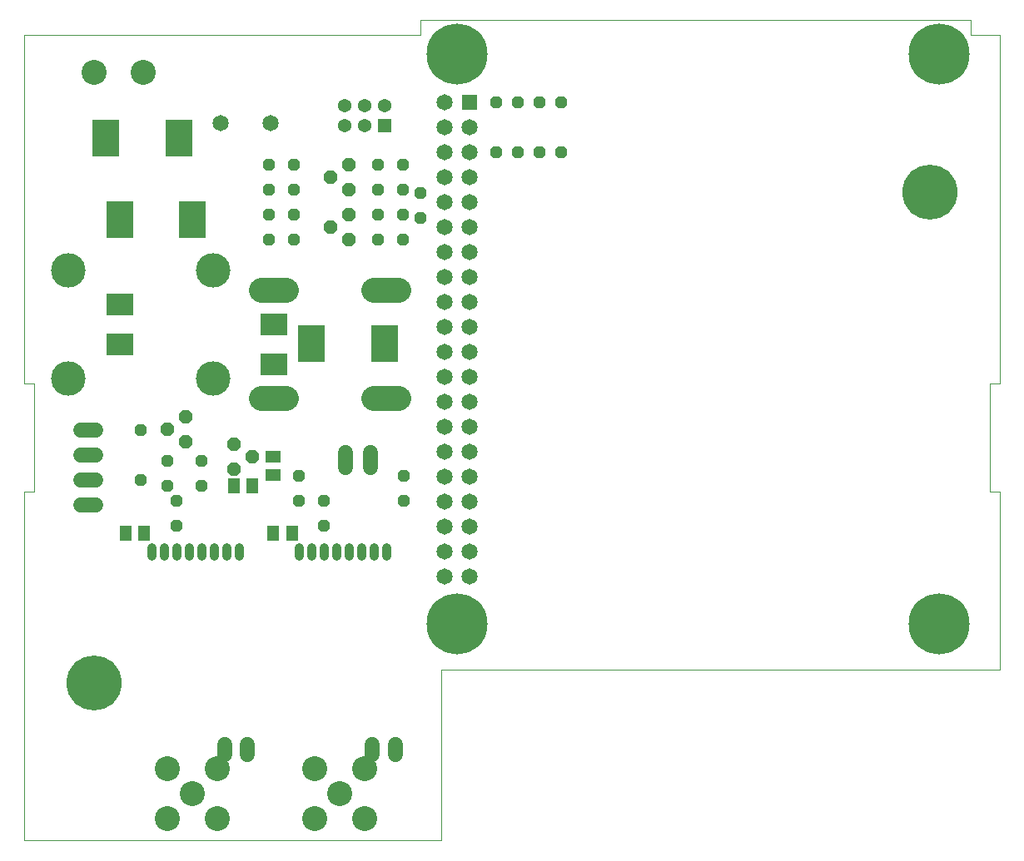
<source format=gbs>
G04 EAGLE Gerber RS-274X export*
G75*
%MOMM*%
%FSLAX34Y34*%
%LPD*%
%INStop Mask Bottom*%
%IPPOS*%
%AMOC8*
5,1,8,0,0,1.08239X$1,22.5*%
G01*
%ADD10C,0.000000*%
%ADD11C,2.500000*%
%ADD12C,5.600000*%
%ADD13C,2.540000*%
%ADD14C,6.200000*%
%ADD15C,1.950000*%
%ADD16R,2.800000X3.800000*%
%ADD17R,2.794000X2.286000*%
%ADD18C,2.500000*%
%ADD19C,1.650000*%
%ADD20C,3.500000*%
%ADD21R,1.371600X1.371600*%
%ADD22C,1.371600*%
%ADD23C,2.700000*%
%ADD24R,1.650000X1.650000*%
%ADD25C,0.914400*%
%ADD26C,1.498600*%
%ADD27P,1.461226X8X292.500000*%
%ADD28R,1.500000X1.300000*%
%ADD29R,1.300000X1.500000*%
%ADD30P,1.319650X8X112.500000*%
%ADD31P,1.319650X8X292.500000*%
%ADD32C,1.500000*%
%ADD33P,1.319650X8X22.500000*%
%ADD34P,1.461226X8X112.500000*%


D10*
X0Y0D02*
X424000Y0D01*
X424000Y173500D01*
X992000Y173500D01*
X992000Y355000D01*
X982000Y355000D01*
X982000Y465000D01*
X992000Y465000D01*
X992000Y820000D01*
X962000Y820000D01*
X962000Y835000D01*
X403000Y835000D01*
X403000Y820000D01*
X0Y820000D01*
X0Y465000D01*
X10000Y465000D01*
X10000Y355000D01*
X0Y355000D01*
X0Y0D01*
X58500Y160000D02*
X58504Y160307D01*
X58515Y160613D01*
X58534Y160920D01*
X58560Y161225D01*
X58594Y161530D01*
X58635Y161834D01*
X58684Y162137D01*
X58740Y162439D01*
X58804Y162739D01*
X58875Y163037D01*
X58953Y163334D01*
X59038Y163629D01*
X59131Y163921D01*
X59231Y164211D01*
X59338Y164499D01*
X59452Y164784D01*
X59572Y165066D01*
X59700Y165344D01*
X59835Y165620D01*
X59976Y165892D01*
X60124Y166161D01*
X60278Y166426D01*
X60439Y166687D01*
X60607Y166945D01*
X60780Y167198D01*
X60960Y167446D01*
X61146Y167690D01*
X61337Y167930D01*
X61535Y168165D01*
X61738Y168394D01*
X61947Y168619D01*
X62161Y168839D01*
X62381Y169053D01*
X62606Y169262D01*
X62835Y169465D01*
X63070Y169663D01*
X63310Y169854D01*
X63554Y170040D01*
X63802Y170220D01*
X64055Y170393D01*
X64313Y170561D01*
X64574Y170722D01*
X64839Y170876D01*
X65108Y171024D01*
X65380Y171165D01*
X65656Y171300D01*
X65934Y171428D01*
X66216Y171548D01*
X66501Y171662D01*
X66789Y171769D01*
X67079Y171869D01*
X67371Y171962D01*
X67666Y172047D01*
X67963Y172125D01*
X68261Y172196D01*
X68561Y172260D01*
X68863Y172316D01*
X69166Y172365D01*
X69470Y172406D01*
X69775Y172440D01*
X70080Y172466D01*
X70387Y172485D01*
X70693Y172496D01*
X71000Y172500D01*
X71307Y172496D01*
X71613Y172485D01*
X71920Y172466D01*
X72225Y172440D01*
X72530Y172406D01*
X72834Y172365D01*
X73137Y172316D01*
X73439Y172260D01*
X73739Y172196D01*
X74037Y172125D01*
X74334Y172047D01*
X74629Y171962D01*
X74921Y171869D01*
X75211Y171769D01*
X75499Y171662D01*
X75784Y171548D01*
X76066Y171428D01*
X76344Y171300D01*
X76620Y171165D01*
X76892Y171024D01*
X77161Y170876D01*
X77426Y170722D01*
X77687Y170561D01*
X77945Y170393D01*
X78198Y170220D01*
X78446Y170040D01*
X78690Y169854D01*
X78930Y169663D01*
X79165Y169465D01*
X79394Y169262D01*
X79619Y169053D01*
X79839Y168839D01*
X80053Y168619D01*
X80262Y168394D01*
X80465Y168165D01*
X80663Y167930D01*
X80854Y167690D01*
X81040Y167446D01*
X81220Y167198D01*
X81393Y166945D01*
X81561Y166687D01*
X81722Y166426D01*
X81876Y166161D01*
X82024Y165892D01*
X82165Y165620D01*
X82300Y165344D01*
X82428Y165066D01*
X82548Y164784D01*
X82662Y164499D01*
X82769Y164211D01*
X82869Y163921D01*
X82962Y163629D01*
X83047Y163334D01*
X83125Y163037D01*
X83196Y162739D01*
X83260Y162439D01*
X83316Y162137D01*
X83365Y161834D01*
X83406Y161530D01*
X83440Y161225D01*
X83466Y160920D01*
X83485Y160613D01*
X83496Y160307D01*
X83500Y160000D01*
X83496Y159693D01*
X83485Y159387D01*
X83466Y159080D01*
X83440Y158775D01*
X83406Y158470D01*
X83365Y158166D01*
X83316Y157863D01*
X83260Y157561D01*
X83196Y157261D01*
X83125Y156963D01*
X83047Y156666D01*
X82962Y156371D01*
X82869Y156079D01*
X82769Y155789D01*
X82662Y155501D01*
X82548Y155216D01*
X82428Y154934D01*
X82300Y154656D01*
X82165Y154380D01*
X82024Y154108D01*
X81876Y153839D01*
X81722Y153574D01*
X81561Y153313D01*
X81393Y153055D01*
X81220Y152802D01*
X81040Y152554D01*
X80854Y152310D01*
X80663Y152070D01*
X80465Y151835D01*
X80262Y151606D01*
X80053Y151381D01*
X79839Y151161D01*
X79619Y150947D01*
X79394Y150738D01*
X79165Y150535D01*
X78930Y150337D01*
X78690Y150146D01*
X78446Y149960D01*
X78198Y149780D01*
X77945Y149607D01*
X77687Y149439D01*
X77426Y149278D01*
X77161Y149124D01*
X76892Y148976D01*
X76620Y148835D01*
X76344Y148700D01*
X76066Y148572D01*
X75784Y148452D01*
X75499Y148338D01*
X75211Y148231D01*
X74921Y148131D01*
X74629Y148038D01*
X74334Y147953D01*
X74037Y147875D01*
X73739Y147804D01*
X73439Y147740D01*
X73137Y147684D01*
X72834Y147635D01*
X72530Y147594D01*
X72225Y147560D01*
X71920Y147534D01*
X71613Y147515D01*
X71307Y147504D01*
X71000Y147500D01*
X70693Y147504D01*
X70387Y147515D01*
X70080Y147534D01*
X69775Y147560D01*
X69470Y147594D01*
X69166Y147635D01*
X68863Y147684D01*
X68561Y147740D01*
X68261Y147804D01*
X67963Y147875D01*
X67666Y147953D01*
X67371Y148038D01*
X67079Y148131D01*
X66789Y148231D01*
X66501Y148338D01*
X66216Y148452D01*
X65934Y148572D01*
X65656Y148700D01*
X65380Y148835D01*
X65108Y148976D01*
X64839Y149124D01*
X64574Y149278D01*
X64313Y149439D01*
X64055Y149607D01*
X63802Y149780D01*
X63554Y149960D01*
X63310Y150146D01*
X63070Y150337D01*
X62835Y150535D01*
X62606Y150738D01*
X62381Y150947D01*
X62161Y151161D01*
X61947Y151381D01*
X61738Y151606D01*
X61535Y151835D01*
X61337Y152070D01*
X61146Y152310D01*
X60960Y152554D01*
X60780Y152802D01*
X60607Y153055D01*
X60439Y153313D01*
X60278Y153574D01*
X60124Y153839D01*
X59976Y154108D01*
X59835Y154380D01*
X59700Y154656D01*
X59572Y154934D01*
X59452Y155216D01*
X59338Y155501D01*
X59231Y155789D01*
X59131Y156079D01*
X59038Y156371D01*
X58953Y156666D01*
X58875Y156963D01*
X58804Y157261D01*
X58740Y157561D01*
X58684Y157863D01*
X58635Y158166D01*
X58594Y158470D01*
X58560Y158775D01*
X58534Y159080D01*
X58515Y159387D01*
X58504Y159693D01*
X58500Y160000D01*
D11*
X71000Y160000D03*
D10*
X908500Y660000D02*
X908504Y660307D01*
X908515Y660613D01*
X908534Y660920D01*
X908560Y661225D01*
X908594Y661530D01*
X908635Y661834D01*
X908684Y662137D01*
X908740Y662439D01*
X908804Y662739D01*
X908875Y663037D01*
X908953Y663334D01*
X909038Y663629D01*
X909131Y663921D01*
X909231Y664211D01*
X909338Y664499D01*
X909452Y664784D01*
X909572Y665066D01*
X909700Y665344D01*
X909835Y665620D01*
X909976Y665892D01*
X910124Y666161D01*
X910278Y666426D01*
X910439Y666687D01*
X910607Y666945D01*
X910780Y667198D01*
X910960Y667446D01*
X911146Y667690D01*
X911337Y667930D01*
X911535Y668165D01*
X911738Y668394D01*
X911947Y668619D01*
X912161Y668839D01*
X912381Y669053D01*
X912606Y669262D01*
X912835Y669465D01*
X913070Y669663D01*
X913310Y669854D01*
X913554Y670040D01*
X913802Y670220D01*
X914055Y670393D01*
X914313Y670561D01*
X914574Y670722D01*
X914839Y670876D01*
X915108Y671024D01*
X915380Y671165D01*
X915656Y671300D01*
X915934Y671428D01*
X916216Y671548D01*
X916501Y671662D01*
X916789Y671769D01*
X917079Y671869D01*
X917371Y671962D01*
X917666Y672047D01*
X917963Y672125D01*
X918261Y672196D01*
X918561Y672260D01*
X918863Y672316D01*
X919166Y672365D01*
X919470Y672406D01*
X919775Y672440D01*
X920080Y672466D01*
X920387Y672485D01*
X920693Y672496D01*
X921000Y672500D01*
X921307Y672496D01*
X921613Y672485D01*
X921920Y672466D01*
X922225Y672440D01*
X922530Y672406D01*
X922834Y672365D01*
X923137Y672316D01*
X923439Y672260D01*
X923739Y672196D01*
X924037Y672125D01*
X924334Y672047D01*
X924629Y671962D01*
X924921Y671869D01*
X925211Y671769D01*
X925499Y671662D01*
X925784Y671548D01*
X926066Y671428D01*
X926344Y671300D01*
X926620Y671165D01*
X926892Y671024D01*
X927161Y670876D01*
X927426Y670722D01*
X927687Y670561D01*
X927945Y670393D01*
X928198Y670220D01*
X928446Y670040D01*
X928690Y669854D01*
X928930Y669663D01*
X929165Y669465D01*
X929394Y669262D01*
X929619Y669053D01*
X929839Y668839D01*
X930053Y668619D01*
X930262Y668394D01*
X930465Y668165D01*
X930663Y667930D01*
X930854Y667690D01*
X931040Y667446D01*
X931220Y667198D01*
X931393Y666945D01*
X931561Y666687D01*
X931722Y666426D01*
X931876Y666161D01*
X932024Y665892D01*
X932165Y665620D01*
X932300Y665344D01*
X932428Y665066D01*
X932548Y664784D01*
X932662Y664499D01*
X932769Y664211D01*
X932869Y663921D01*
X932962Y663629D01*
X933047Y663334D01*
X933125Y663037D01*
X933196Y662739D01*
X933260Y662439D01*
X933316Y662137D01*
X933365Y661834D01*
X933406Y661530D01*
X933440Y661225D01*
X933466Y660920D01*
X933485Y660613D01*
X933496Y660307D01*
X933500Y660000D01*
X933496Y659693D01*
X933485Y659387D01*
X933466Y659080D01*
X933440Y658775D01*
X933406Y658470D01*
X933365Y658166D01*
X933316Y657863D01*
X933260Y657561D01*
X933196Y657261D01*
X933125Y656963D01*
X933047Y656666D01*
X932962Y656371D01*
X932869Y656079D01*
X932769Y655789D01*
X932662Y655501D01*
X932548Y655216D01*
X932428Y654934D01*
X932300Y654656D01*
X932165Y654380D01*
X932024Y654108D01*
X931876Y653839D01*
X931722Y653574D01*
X931561Y653313D01*
X931393Y653055D01*
X931220Y652802D01*
X931040Y652554D01*
X930854Y652310D01*
X930663Y652070D01*
X930465Y651835D01*
X930262Y651606D01*
X930053Y651381D01*
X929839Y651161D01*
X929619Y650947D01*
X929394Y650738D01*
X929165Y650535D01*
X928930Y650337D01*
X928690Y650146D01*
X928446Y649960D01*
X928198Y649780D01*
X927945Y649607D01*
X927687Y649439D01*
X927426Y649278D01*
X927161Y649124D01*
X926892Y648976D01*
X926620Y648835D01*
X926344Y648700D01*
X926066Y648572D01*
X925784Y648452D01*
X925499Y648338D01*
X925211Y648231D01*
X924921Y648131D01*
X924629Y648038D01*
X924334Y647953D01*
X924037Y647875D01*
X923739Y647804D01*
X923439Y647740D01*
X923137Y647684D01*
X922834Y647635D01*
X922530Y647594D01*
X922225Y647560D01*
X921920Y647534D01*
X921613Y647515D01*
X921307Y647504D01*
X921000Y647500D01*
X920693Y647504D01*
X920387Y647515D01*
X920080Y647534D01*
X919775Y647560D01*
X919470Y647594D01*
X919166Y647635D01*
X918863Y647684D01*
X918561Y647740D01*
X918261Y647804D01*
X917963Y647875D01*
X917666Y647953D01*
X917371Y648038D01*
X917079Y648131D01*
X916789Y648231D01*
X916501Y648338D01*
X916216Y648452D01*
X915934Y648572D01*
X915656Y648700D01*
X915380Y648835D01*
X915108Y648976D01*
X914839Y649124D01*
X914574Y649278D01*
X914313Y649439D01*
X914055Y649607D01*
X913802Y649780D01*
X913554Y649960D01*
X913310Y650146D01*
X913070Y650337D01*
X912835Y650535D01*
X912606Y650738D01*
X912381Y650947D01*
X912161Y651161D01*
X911947Y651381D01*
X911738Y651606D01*
X911535Y651835D01*
X911337Y652070D01*
X911146Y652310D01*
X910960Y652554D01*
X910780Y652802D01*
X910607Y653055D01*
X910439Y653313D01*
X910278Y653574D01*
X910124Y653839D01*
X909976Y654108D01*
X909835Y654380D01*
X909700Y654656D01*
X909572Y654934D01*
X909452Y655216D01*
X909338Y655501D01*
X909231Y655789D01*
X909131Y656079D01*
X909038Y656371D01*
X908953Y656666D01*
X908875Y656963D01*
X908804Y657261D01*
X908740Y657561D01*
X908684Y657863D01*
X908635Y658166D01*
X908594Y658470D01*
X908560Y658775D01*
X908534Y659080D01*
X908515Y659387D01*
X908504Y659693D01*
X908500Y660000D01*
D11*
X921000Y660000D03*
D12*
X71000Y160000D03*
X921000Y660000D03*
D13*
X121000Y782000D03*
D14*
X440000Y800000D03*
X930000Y800000D03*
X930000Y220000D03*
X440000Y220000D03*
D13*
X71000Y782000D03*
D15*
X71000Y782000D03*
X121000Y782000D03*
D16*
X97000Y632000D03*
X171000Y632000D03*
X292000Y506000D03*
X366000Y506000D03*
X157000Y715000D03*
X83000Y715000D03*
D17*
X97000Y545460D03*
X97000Y504540D03*
X253660Y484540D03*
X253660Y525460D03*
D18*
X355560Y560000D02*
X380560Y560000D01*
X266360Y560000D02*
X241360Y560000D01*
X241360Y450000D02*
X266360Y450000D01*
X355560Y450000D02*
X380560Y450000D01*
D19*
X240960Y560000D03*
X380960Y560000D03*
X380960Y450000D03*
X240960Y450000D03*
D20*
X191660Y580000D03*
X44340Y580000D03*
X44340Y470000D03*
X191660Y470000D03*
D21*
X366000Y727500D03*
D22*
X366000Y747500D03*
X346000Y727500D03*
X346000Y747500D03*
X326000Y727500D03*
X326000Y747500D03*
D13*
X196400Y22600D03*
X145600Y22600D03*
X145600Y73400D03*
X196400Y73400D03*
X171000Y48000D03*
D10*
X916500Y800000D02*
X916504Y800331D01*
X916516Y800662D01*
X916537Y800993D01*
X916565Y801323D01*
X916602Y801653D01*
X916646Y801981D01*
X916699Y802308D01*
X916759Y802634D01*
X916828Y802958D01*
X916905Y803280D01*
X916989Y803601D01*
X917081Y803919D01*
X917181Y804235D01*
X917289Y804548D01*
X917405Y804859D01*
X917528Y805166D01*
X917658Y805471D01*
X917796Y805772D01*
X917941Y806070D01*
X918094Y806364D01*
X918254Y806654D01*
X918421Y806940D01*
X918594Y807222D01*
X918775Y807500D01*
X918963Y807773D01*
X919157Y808042D01*
X919357Y808306D01*
X919564Y808564D01*
X919778Y808818D01*
X919997Y809066D01*
X920223Y809309D01*
X920454Y809546D01*
X920691Y809777D01*
X920934Y810003D01*
X921182Y810222D01*
X921436Y810436D01*
X921694Y810643D01*
X921958Y810843D01*
X922227Y811037D01*
X922500Y811225D01*
X922778Y811406D01*
X923060Y811579D01*
X923346Y811746D01*
X923636Y811906D01*
X923930Y812059D01*
X924228Y812204D01*
X924529Y812342D01*
X924834Y812472D01*
X925141Y812595D01*
X925452Y812711D01*
X925765Y812819D01*
X926081Y812919D01*
X926399Y813011D01*
X926720Y813095D01*
X927042Y813172D01*
X927366Y813241D01*
X927692Y813301D01*
X928019Y813354D01*
X928347Y813398D01*
X928677Y813435D01*
X929007Y813463D01*
X929338Y813484D01*
X929669Y813496D01*
X930000Y813500D01*
X930331Y813496D01*
X930662Y813484D01*
X930993Y813463D01*
X931323Y813435D01*
X931653Y813398D01*
X931981Y813354D01*
X932308Y813301D01*
X932634Y813241D01*
X932958Y813172D01*
X933280Y813095D01*
X933601Y813011D01*
X933919Y812919D01*
X934235Y812819D01*
X934548Y812711D01*
X934859Y812595D01*
X935166Y812472D01*
X935471Y812342D01*
X935772Y812204D01*
X936070Y812059D01*
X936364Y811906D01*
X936654Y811746D01*
X936940Y811579D01*
X937222Y811406D01*
X937500Y811225D01*
X937773Y811037D01*
X938042Y810843D01*
X938306Y810643D01*
X938564Y810436D01*
X938818Y810222D01*
X939066Y810003D01*
X939309Y809777D01*
X939546Y809546D01*
X939777Y809309D01*
X940003Y809066D01*
X940222Y808818D01*
X940436Y808564D01*
X940643Y808306D01*
X940843Y808042D01*
X941037Y807773D01*
X941225Y807500D01*
X941406Y807222D01*
X941579Y806940D01*
X941746Y806654D01*
X941906Y806364D01*
X942059Y806070D01*
X942204Y805772D01*
X942342Y805471D01*
X942472Y805166D01*
X942595Y804859D01*
X942711Y804548D01*
X942819Y804235D01*
X942919Y803919D01*
X943011Y803601D01*
X943095Y803280D01*
X943172Y802958D01*
X943241Y802634D01*
X943301Y802308D01*
X943354Y801981D01*
X943398Y801653D01*
X943435Y801323D01*
X943463Y800993D01*
X943484Y800662D01*
X943496Y800331D01*
X943500Y800000D01*
X943496Y799669D01*
X943484Y799338D01*
X943463Y799007D01*
X943435Y798677D01*
X943398Y798347D01*
X943354Y798019D01*
X943301Y797692D01*
X943241Y797366D01*
X943172Y797042D01*
X943095Y796720D01*
X943011Y796399D01*
X942919Y796081D01*
X942819Y795765D01*
X942711Y795452D01*
X942595Y795141D01*
X942472Y794834D01*
X942342Y794529D01*
X942204Y794228D01*
X942059Y793930D01*
X941906Y793636D01*
X941746Y793346D01*
X941579Y793060D01*
X941406Y792778D01*
X941225Y792500D01*
X941037Y792227D01*
X940843Y791958D01*
X940643Y791694D01*
X940436Y791436D01*
X940222Y791182D01*
X940003Y790934D01*
X939777Y790691D01*
X939546Y790454D01*
X939309Y790223D01*
X939066Y789997D01*
X938818Y789778D01*
X938564Y789564D01*
X938306Y789357D01*
X938042Y789157D01*
X937773Y788963D01*
X937500Y788775D01*
X937222Y788594D01*
X936940Y788421D01*
X936654Y788254D01*
X936364Y788094D01*
X936070Y787941D01*
X935772Y787796D01*
X935471Y787658D01*
X935166Y787528D01*
X934859Y787405D01*
X934548Y787289D01*
X934235Y787181D01*
X933919Y787081D01*
X933601Y786989D01*
X933280Y786905D01*
X932958Y786828D01*
X932634Y786759D01*
X932308Y786699D01*
X931981Y786646D01*
X931653Y786602D01*
X931323Y786565D01*
X930993Y786537D01*
X930662Y786516D01*
X930331Y786504D01*
X930000Y786500D01*
X929669Y786504D01*
X929338Y786516D01*
X929007Y786537D01*
X928677Y786565D01*
X928347Y786602D01*
X928019Y786646D01*
X927692Y786699D01*
X927366Y786759D01*
X927042Y786828D01*
X926720Y786905D01*
X926399Y786989D01*
X926081Y787081D01*
X925765Y787181D01*
X925452Y787289D01*
X925141Y787405D01*
X924834Y787528D01*
X924529Y787658D01*
X924228Y787796D01*
X923930Y787941D01*
X923636Y788094D01*
X923346Y788254D01*
X923060Y788421D01*
X922778Y788594D01*
X922500Y788775D01*
X922227Y788963D01*
X921958Y789157D01*
X921694Y789357D01*
X921436Y789564D01*
X921182Y789778D01*
X920934Y789997D01*
X920691Y790223D01*
X920454Y790454D01*
X920223Y790691D01*
X919997Y790934D01*
X919778Y791182D01*
X919564Y791436D01*
X919357Y791694D01*
X919157Y791958D01*
X918963Y792227D01*
X918775Y792500D01*
X918594Y792778D01*
X918421Y793060D01*
X918254Y793346D01*
X918094Y793636D01*
X917941Y793930D01*
X917796Y794228D01*
X917658Y794529D01*
X917528Y794834D01*
X917405Y795141D01*
X917289Y795452D01*
X917181Y795765D01*
X917081Y796081D01*
X916989Y796399D01*
X916905Y796720D01*
X916828Y797042D01*
X916759Y797366D01*
X916699Y797692D01*
X916646Y798019D01*
X916602Y798347D01*
X916565Y798677D01*
X916537Y799007D01*
X916516Y799338D01*
X916504Y799669D01*
X916500Y800000D01*
D23*
X930000Y800000D03*
D10*
X426500Y800000D02*
X426504Y800331D01*
X426516Y800662D01*
X426537Y800993D01*
X426565Y801323D01*
X426602Y801653D01*
X426646Y801981D01*
X426699Y802308D01*
X426759Y802634D01*
X426828Y802958D01*
X426905Y803280D01*
X426989Y803601D01*
X427081Y803919D01*
X427181Y804235D01*
X427289Y804548D01*
X427405Y804859D01*
X427528Y805166D01*
X427658Y805471D01*
X427796Y805772D01*
X427941Y806070D01*
X428094Y806364D01*
X428254Y806654D01*
X428421Y806940D01*
X428594Y807222D01*
X428775Y807500D01*
X428963Y807773D01*
X429157Y808042D01*
X429357Y808306D01*
X429564Y808564D01*
X429778Y808818D01*
X429997Y809066D01*
X430223Y809309D01*
X430454Y809546D01*
X430691Y809777D01*
X430934Y810003D01*
X431182Y810222D01*
X431436Y810436D01*
X431694Y810643D01*
X431958Y810843D01*
X432227Y811037D01*
X432500Y811225D01*
X432778Y811406D01*
X433060Y811579D01*
X433346Y811746D01*
X433636Y811906D01*
X433930Y812059D01*
X434228Y812204D01*
X434529Y812342D01*
X434834Y812472D01*
X435141Y812595D01*
X435452Y812711D01*
X435765Y812819D01*
X436081Y812919D01*
X436399Y813011D01*
X436720Y813095D01*
X437042Y813172D01*
X437366Y813241D01*
X437692Y813301D01*
X438019Y813354D01*
X438347Y813398D01*
X438677Y813435D01*
X439007Y813463D01*
X439338Y813484D01*
X439669Y813496D01*
X440000Y813500D01*
X440331Y813496D01*
X440662Y813484D01*
X440993Y813463D01*
X441323Y813435D01*
X441653Y813398D01*
X441981Y813354D01*
X442308Y813301D01*
X442634Y813241D01*
X442958Y813172D01*
X443280Y813095D01*
X443601Y813011D01*
X443919Y812919D01*
X444235Y812819D01*
X444548Y812711D01*
X444859Y812595D01*
X445166Y812472D01*
X445471Y812342D01*
X445772Y812204D01*
X446070Y812059D01*
X446364Y811906D01*
X446654Y811746D01*
X446940Y811579D01*
X447222Y811406D01*
X447500Y811225D01*
X447773Y811037D01*
X448042Y810843D01*
X448306Y810643D01*
X448564Y810436D01*
X448818Y810222D01*
X449066Y810003D01*
X449309Y809777D01*
X449546Y809546D01*
X449777Y809309D01*
X450003Y809066D01*
X450222Y808818D01*
X450436Y808564D01*
X450643Y808306D01*
X450843Y808042D01*
X451037Y807773D01*
X451225Y807500D01*
X451406Y807222D01*
X451579Y806940D01*
X451746Y806654D01*
X451906Y806364D01*
X452059Y806070D01*
X452204Y805772D01*
X452342Y805471D01*
X452472Y805166D01*
X452595Y804859D01*
X452711Y804548D01*
X452819Y804235D01*
X452919Y803919D01*
X453011Y803601D01*
X453095Y803280D01*
X453172Y802958D01*
X453241Y802634D01*
X453301Y802308D01*
X453354Y801981D01*
X453398Y801653D01*
X453435Y801323D01*
X453463Y800993D01*
X453484Y800662D01*
X453496Y800331D01*
X453500Y800000D01*
X453496Y799669D01*
X453484Y799338D01*
X453463Y799007D01*
X453435Y798677D01*
X453398Y798347D01*
X453354Y798019D01*
X453301Y797692D01*
X453241Y797366D01*
X453172Y797042D01*
X453095Y796720D01*
X453011Y796399D01*
X452919Y796081D01*
X452819Y795765D01*
X452711Y795452D01*
X452595Y795141D01*
X452472Y794834D01*
X452342Y794529D01*
X452204Y794228D01*
X452059Y793930D01*
X451906Y793636D01*
X451746Y793346D01*
X451579Y793060D01*
X451406Y792778D01*
X451225Y792500D01*
X451037Y792227D01*
X450843Y791958D01*
X450643Y791694D01*
X450436Y791436D01*
X450222Y791182D01*
X450003Y790934D01*
X449777Y790691D01*
X449546Y790454D01*
X449309Y790223D01*
X449066Y789997D01*
X448818Y789778D01*
X448564Y789564D01*
X448306Y789357D01*
X448042Y789157D01*
X447773Y788963D01*
X447500Y788775D01*
X447222Y788594D01*
X446940Y788421D01*
X446654Y788254D01*
X446364Y788094D01*
X446070Y787941D01*
X445772Y787796D01*
X445471Y787658D01*
X445166Y787528D01*
X444859Y787405D01*
X444548Y787289D01*
X444235Y787181D01*
X443919Y787081D01*
X443601Y786989D01*
X443280Y786905D01*
X442958Y786828D01*
X442634Y786759D01*
X442308Y786699D01*
X441981Y786646D01*
X441653Y786602D01*
X441323Y786565D01*
X440993Y786537D01*
X440662Y786516D01*
X440331Y786504D01*
X440000Y786500D01*
X439669Y786504D01*
X439338Y786516D01*
X439007Y786537D01*
X438677Y786565D01*
X438347Y786602D01*
X438019Y786646D01*
X437692Y786699D01*
X437366Y786759D01*
X437042Y786828D01*
X436720Y786905D01*
X436399Y786989D01*
X436081Y787081D01*
X435765Y787181D01*
X435452Y787289D01*
X435141Y787405D01*
X434834Y787528D01*
X434529Y787658D01*
X434228Y787796D01*
X433930Y787941D01*
X433636Y788094D01*
X433346Y788254D01*
X433060Y788421D01*
X432778Y788594D01*
X432500Y788775D01*
X432227Y788963D01*
X431958Y789157D01*
X431694Y789357D01*
X431436Y789564D01*
X431182Y789778D01*
X430934Y789997D01*
X430691Y790223D01*
X430454Y790454D01*
X430223Y790691D01*
X429997Y790934D01*
X429778Y791182D01*
X429564Y791436D01*
X429357Y791694D01*
X429157Y791958D01*
X428963Y792227D01*
X428775Y792500D01*
X428594Y792778D01*
X428421Y793060D01*
X428254Y793346D01*
X428094Y793636D01*
X427941Y793930D01*
X427796Y794228D01*
X427658Y794529D01*
X427528Y794834D01*
X427405Y795141D01*
X427289Y795452D01*
X427181Y795765D01*
X427081Y796081D01*
X426989Y796399D01*
X426905Y796720D01*
X426828Y797042D01*
X426759Y797366D01*
X426699Y797692D01*
X426646Y798019D01*
X426602Y798347D01*
X426565Y798677D01*
X426537Y799007D01*
X426516Y799338D01*
X426504Y799669D01*
X426500Y800000D01*
D23*
X440000Y800000D03*
D10*
X916500Y220000D02*
X916504Y220331D01*
X916516Y220662D01*
X916537Y220993D01*
X916565Y221323D01*
X916602Y221653D01*
X916646Y221981D01*
X916699Y222308D01*
X916759Y222634D01*
X916828Y222958D01*
X916905Y223280D01*
X916989Y223601D01*
X917081Y223919D01*
X917181Y224235D01*
X917289Y224548D01*
X917405Y224859D01*
X917528Y225166D01*
X917658Y225471D01*
X917796Y225772D01*
X917941Y226070D01*
X918094Y226364D01*
X918254Y226654D01*
X918421Y226940D01*
X918594Y227222D01*
X918775Y227500D01*
X918963Y227773D01*
X919157Y228042D01*
X919357Y228306D01*
X919564Y228564D01*
X919778Y228818D01*
X919997Y229066D01*
X920223Y229309D01*
X920454Y229546D01*
X920691Y229777D01*
X920934Y230003D01*
X921182Y230222D01*
X921436Y230436D01*
X921694Y230643D01*
X921958Y230843D01*
X922227Y231037D01*
X922500Y231225D01*
X922778Y231406D01*
X923060Y231579D01*
X923346Y231746D01*
X923636Y231906D01*
X923930Y232059D01*
X924228Y232204D01*
X924529Y232342D01*
X924834Y232472D01*
X925141Y232595D01*
X925452Y232711D01*
X925765Y232819D01*
X926081Y232919D01*
X926399Y233011D01*
X926720Y233095D01*
X927042Y233172D01*
X927366Y233241D01*
X927692Y233301D01*
X928019Y233354D01*
X928347Y233398D01*
X928677Y233435D01*
X929007Y233463D01*
X929338Y233484D01*
X929669Y233496D01*
X930000Y233500D01*
X930331Y233496D01*
X930662Y233484D01*
X930993Y233463D01*
X931323Y233435D01*
X931653Y233398D01*
X931981Y233354D01*
X932308Y233301D01*
X932634Y233241D01*
X932958Y233172D01*
X933280Y233095D01*
X933601Y233011D01*
X933919Y232919D01*
X934235Y232819D01*
X934548Y232711D01*
X934859Y232595D01*
X935166Y232472D01*
X935471Y232342D01*
X935772Y232204D01*
X936070Y232059D01*
X936364Y231906D01*
X936654Y231746D01*
X936940Y231579D01*
X937222Y231406D01*
X937500Y231225D01*
X937773Y231037D01*
X938042Y230843D01*
X938306Y230643D01*
X938564Y230436D01*
X938818Y230222D01*
X939066Y230003D01*
X939309Y229777D01*
X939546Y229546D01*
X939777Y229309D01*
X940003Y229066D01*
X940222Y228818D01*
X940436Y228564D01*
X940643Y228306D01*
X940843Y228042D01*
X941037Y227773D01*
X941225Y227500D01*
X941406Y227222D01*
X941579Y226940D01*
X941746Y226654D01*
X941906Y226364D01*
X942059Y226070D01*
X942204Y225772D01*
X942342Y225471D01*
X942472Y225166D01*
X942595Y224859D01*
X942711Y224548D01*
X942819Y224235D01*
X942919Y223919D01*
X943011Y223601D01*
X943095Y223280D01*
X943172Y222958D01*
X943241Y222634D01*
X943301Y222308D01*
X943354Y221981D01*
X943398Y221653D01*
X943435Y221323D01*
X943463Y220993D01*
X943484Y220662D01*
X943496Y220331D01*
X943500Y220000D01*
X943496Y219669D01*
X943484Y219338D01*
X943463Y219007D01*
X943435Y218677D01*
X943398Y218347D01*
X943354Y218019D01*
X943301Y217692D01*
X943241Y217366D01*
X943172Y217042D01*
X943095Y216720D01*
X943011Y216399D01*
X942919Y216081D01*
X942819Y215765D01*
X942711Y215452D01*
X942595Y215141D01*
X942472Y214834D01*
X942342Y214529D01*
X942204Y214228D01*
X942059Y213930D01*
X941906Y213636D01*
X941746Y213346D01*
X941579Y213060D01*
X941406Y212778D01*
X941225Y212500D01*
X941037Y212227D01*
X940843Y211958D01*
X940643Y211694D01*
X940436Y211436D01*
X940222Y211182D01*
X940003Y210934D01*
X939777Y210691D01*
X939546Y210454D01*
X939309Y210223D01*
X939066Y209997D01*
X938818Y209778D01*
X938564Y209564D01*
X938306Y209357D01*
X938042Y209157D01*
X937773Y208963D01*
X937500Y208775D01*
X937222Y208594D01*
X936940Y208421D01*
X936654Y208254D01*
X936364Y208094D01*
X936070Y207941D01*
X935772Y207796D01*
X935471Y207658D01*
X935166Y207528D01*
X934859Y207405D01*
X934548Y207289D01*
X934235Y207181D01*
X933919Y207081D01*
X933601Y206989D01*
X933280Y206905D01*
X932958Y206828D01*
X932634Y206759D01*
X932308Y206699D01*
X931981Y206646D01*
X931653Y206602D01*
X931323Y206565D01*
X930993Y206537D01*
X930662Y206516D01*
X930331Y206504D01*
X930000Y206500D01*
X929669Y206504D01*
X929338Y206516D01*
X929007Y206537D01*
X928677Y206565D01*
X928347Y206602D01*
X928019Y206646D01*
X927692Y206699D01*
X927366Y206759D01*
X927042Y206828D01*
X926720Y206905D01*
X926399Y206989D01*
X926081Y207081D01*
X925765Y207181D01*
X925452Y207289D01*
X925141Y207405D01*
X924834Y207528D01*
X924529Y207658D01*
X924228Y207796D01*
X923930Y207941D01*
X923636Y208094D01*
X923346Y208254D01*
X923060Y208421D01*
X922778Y208594D01*
X922500Y208775D01*
X922227Y208963D01*
X921958Y209157D01*
X921694Y209357D01*
X921436Y209564D01*
X921182Y209778D01*
X920934Y209997D01*
X920691Y210223D01*
X920454Y210454D01*
X920223Y210691D01*
X919997Y210934D01*
X919778Y211182D01*
X919564Y211436D01*
X919357Y211694D01*
X919157Y211958D01*
X918963Y212227D01*
X918775Y212500D01*
X918594Y212778D01*
X918421Y213060D01*
X918254Y213346D01*
X918094Y213636D01*
X917941Y213930D01*
X917796Y214228D01*
X917658Y214529D01*
X917528Y214834D01*
X917405Y215141D01*
X917289Y215452D01*
X917181Y215765D01*
X917081Y216081D01*
X916989Y216399D01*
X916905Y216720D01*
X916828Y217042D01*
X916759Y217366D01*
X916699Y217692D01*
X916646Y218019D01*
X916602Y218347D01*
X916565Y218677D01*
X916537Y219007D01*
X916516Y219338D01*
X916504Y219669D01*
X916500Y220000D01*
D23*
X930000Y220000D03*
D10*
X426500Y220000D02*
X426504Y220331D01*
X426516Y220662D01*
X426537Y220993D01*
X426565Y221323D01*
X426602Y221653D01*
X426646Y221981D01*
X426699Y222308D01*
X426759Y222634D01*
X426828Y222958D01*
X426905Y223280D01*
X426989Y223601D01*
X427081Y223919D01*
X427181Y224235D01*
X427289Y224548D01*
X427405Y224859D01*
X427528Y225166D01*
X427658Y225471D01*
X427796Y225772D01*
X427941Y226070D01*
X428094Y226364D01*
X428254Y226654D01*
X428421Y226940D01*
X428594Y227222D01*
X428775Y227500D01*
X428963Y227773D01*
X429157Y228042D01*
X429357Y228306D01*
X429564Y228564D01*
X429778Y228818D01*
X429997Y229066D01*
X430223Y229309D01*
X430454Y229546D01*
X430691Y229777D01*
X430934Y230003D01*
X431182Y230222D01*
X431436Y230436D01*
X431694Y230643D01*
X431958Y230843D01*
X432227Y231037D01*
X432500Y231225D01*
X432778Y231406D01*
X433060Y231579D01*
X433346Y231746D01*
X433636Y231906D01*
X433930Y232059D01*
X434228Y232204D01*
X434529Y232342D01*
X434834Y232472D01*
X435141Y232595D01*
X435452Y232711D01*
X435765Y232819D01*
X436081Y232919D01*
X436399Y233011D01*
X436720Y233095D01*
X437042Y233172D01*
X437366Y233241D01*
X437692Y233301D01*
X438019Y233354D01*
X438347Y233398D01*
X438677Y233435D01*
X439007Y233463D01*
X439338Y233484D01*
X439669Y233496D01*
X440000Y233500D01*
X440331Y233496D01*
X440662Y233484D01*
X440993Y233463D01*
X441323Y233435D01*
X441653Y233398D01*
X441981Y233354D01*
X442308Y233301D01*
X442634Y233241D01*
X442958Y233172D01*
X443280Y233095D01*
X443601Y233011D01*
X443919Y232919D01*
X444235Y232819D01*
X444548Y232711D01*
X444859Y232595D01*
X445166Y232472D01*
X445471Y232342D01*
X445772Y232204D01*
X446070Y232059D01*
X446364Y231906D01*
X446654Y231746D01*
X446940Y231579D01*
X447222Y231406D01*
X447500Y231225D01*
X447773Y231037D01*
X448042Y230843D01*
X448306Y230643D01*
X448564Y230436D01*
X448818Y230222D01*
X449066Y230003D01*
X449309Y229777D01*
X449546Y229546D01*
X449777Y229309D01*
X450003Y229066D01*
X450222Y228818D01*
X450436Y228564D01*
X450643Y228306D01*
X450843Y228042D01*
X451037Y227773D01*
X451225Y227500D01*
X451406Y227222D01*
X451579Y226940D01*
X451746Y226654D01*
X451906Y226364D01*
X452059Y226070D01*
X452204Y225772D01*
X452342Y225471D01*
X452472Y225166D01*
X452595Y224859D01*
X452711Y224548D01*
X452819Y224235D01*
X452919Y223919D01*
X453011Y223601D01*
X453095Y223280D01*
X453172Y222958D01*
X453241Y222634D01*
X453301Y222308D01*
X453354Y221981D01*
X453398Y221653D01*
X453435Y221323D01*
X453463Y220993D01*
X453484Y220662D01*
X453496Y220331D01*
X453500Y220000D01*
X453496Y219669D01*
X453484Y219338D01*
X453463Y219007D01*
X453435Y218677D01*
X453398Y218347D01*
X453354Y218019D01*
X453301Y217692D01*
X453241Y217366D01*
X453172Y217042D01*
X453095Y216720D01*
X453011Y216399D01*
X452919Y216081D01*
X452819Y215765D01*
X452711Y215452D01*
X452595Y215141D01*
X452472Y214834D01*
X452342Y214529D01*
X452204Y214228D01*
X452059Y213930D01*
X451906Y213636D01*
X451746Y213346D01*
X451579Y213060D01*
X451406Y212778D01*
X451225Y212500D01*
X451037Y212227D01*
X450843Y211958D01*
X450643Y211694D01*
X450436Y211436D01*
X450222Y211182D01*
X450003Y210934D01*
X449777Y210691D01*
X449546Y210454D01*
X449309Y210223D01*
X449066Y209997D01*
X448818Y209778D01*
X448564Y209564D01*
X448306Y209357D01*
X448042Y209157D01*
X447773Y208963D01*
X447500Y208775D01*
X447222Y208594D01*
X446940Y208421D01*
X446654Y208254D01*
X446364Y208094D01*
X446070Y207941D01*
X445772Y207796D01*
X445471Y207658D01*
X445166Y207528D01*
X444859Y207405D01*
X444548Y207289D01*
X444235Y207181D01*
X443919Y207081D01*
X443601Y206989D01*
X443280Y206905D01*
X442958Y206828D01*
X442634Y206759D01*
X442308Y206699D01*
X441981Y206646D01*
X441653Y206602D01*
X441323Y206565D01*
X440993Y206537D01*
X440662Y206516D01*
X440331Y206504D01*
X440000Y206500D01*
X439669Y206504D01*
X439338Y206516D01*
X439007Y206537D01*
X438677Y206565D01*
X438347Y206602D01*
X438019Y206646D01*
X437692Y206699D01*
X437366Y206759D01*
X437042Y206828D01*
X436720Y206905D01*
X436399Y206989D01*
X436081Y207081D01*
X435765Y207181D01*
X435452Y207289D01*
X435141Y207405D01*
X434834Y207528D01*
X434529Y207658D01*
X434228Y207796D01*
X433930Y207941D01*
X433636Y208094D01*
X433346Y208254D01*
X433060Y208421D01*
X432778Y208594D01*
X432500Y208775D01*
X432227Y208963D01*
X431958Y209157D01*
X431694Y209357D01*
X431436Y209564D01*
X431182Y209778D01*
X430934Y209997D01*
X430691Y210223D01*
X430454Y210454D01*
X430223Y210691D01*
X429997Y210934D01*
X429778Y211182D01*
X429564Y211436D01*
X429357Y211694D01*
X429157Y211958D01*
X428963Y212227D01*
X428775Y212500D01*
X428594Y212778D01*
X428421Y213060D01*
X428254Y213346D01*
X428094Y213636D01*
X427941Y213930D01*
X427796Y214228D01*
X427658Y214529D01*
X427528Y214834D01*
X427405Y215141D01*
X427289Y215452D01*
X427181Y215765D01*
X427081Y216081D01*
X426989Y216399D01*
X426905Y216720D01*
X426828Y217042D01*
X426759Y217366D01*
X426699Y217692D01*
X426646Y218019D01*
X426602Y218347D01*
X426565Y218677D01*
X426537Y219007D01*
X426516Y219338D01*
X426504Y219669D01*
X426500Y220000D01*
D23*
X440000Y220000D03*
D24*
X452700Y751300D03*
D19*
X427300Y751300D03*
X452700Y725900D03*
X427300Y725900D03*
X452700Y700500D03*
X427300Y700500D03*
X452700Y675100D03*
X427300Y675100D03*
X452700Y649700D03*
X427300Y649700D03*
X452700Y624300D03*
X427300Y624300D03*
X452700Y598900D03*
X427300Y598900D03*
X452700Y573500D03*
X427300Y573500D03*
X452700Y548100D03*
X427300Y548100D03*
X452700Y522700D03*
X427300Y522700D03*
X452700Y497300D03*
X427300Y497300D03*
X452700Y471900D03*
X427300Y471900D03*
X452700Y446500D03*
X427300Y446500D03*
X452700Y421100D03*
X427300Y421100D03*
X452700Y395700D03*
X427300Y395700D03*
X452700Y370300D03*
X427300Y370300D03*
X452700Y344900D03*
X427300Y344900D03*
X452700Y319500D03*
X427300Y319500D03*
X452700Y294100D03*
X427300Y294100D03*
X452700Y268700D03*
X427300Y268700D03*
D13*
X346400Y22600D03*
X295600Y22600D03*
X295600Y73400D03*
X346400Y73400D03*
X321000Y48000D03*
D25*
X355750Y289682D02*
X355750Y298318D01*
X343050Y298318D02*
X343050Y289682D01*
X330350Y289682D02*
X330350Y298318D01*
X317650Y298318D02*
X317650Y289682D01*
X304950Y289682D02*
X304950Y298318D01*
X292250Y298318D02*
X292250Y289682D01*
X279550Y289682D02*
X279550Y298318D01*
X368450Y298318D02*
X368450Y289682D01*
D26*
X353450Y97707D02*
X353450Y87293D01*
X376950Y87293D02*
X376950Y97707D01*
D27*
X213000Y403700D03*
X232050Y391000D03*
X213000Y378300D03*
D28*
X252700Y372000D03*
X252700Y391000D03*
D29*
X213000Y361000D03*
X232000Y361000D03*
X272050Y312500D03*
X253050Y312500D03*
D30*
X304950Y320300D03*
X304950Y345700D03*
D29*
X122050Y312500D03*
X103050Y312500D03*
D19*
X250400Y730000D03*
X199600Y730000D03*
D25*
X205750Y298318D02*
X205750Y289682D01*
X193050Y289682D02*
X193050Y298318D01*
X180350Y298318D02*
X180350Y289682D01*
X167650Y289682D02*
X167650Y298318D01*
X154950Y298318D02*
X154950Y289682D01*
X142250Y289682D02*
X142250Y298318D01*
X129550Y298318D02*
X129550Y289682D01*
X218450Y289682D02*
X218450Y298318D01*
D26*
X203450Y97707D02*
X203450Y87293D01*
X226950Y87293D02*
X226950Y97707D01*
D30*
X154950Y320300D03*
X154950Y345700D03*
D31*
X145000Y386700D03*
X145000Y361300D03*
X180000Y386700D03*
X180000Y361300D03*
D30*
X279500Y345700D03*
X279500Y371100D03*
D32*
X352200Y379800D02*
X352200Y394800D01*
X326800Y394800D02*
X326800Y379800D01*
D30*
X386000Y345700D03*
X386000Y371100D03*
X524000Y700600D03*
X524000Y751400D03*
D33*
X248300Y687800D03*
X273700Y687800D03*
X248300Y662400D03*
X273700Y662400D03*
D30*
X480000Y700600D03*
X480000Y751400D03*
D34*
X330000Y611400D03*
X310950Y624100D03*
X330000Y636800D03*
X330000Y662400D03*
X310950Y675100D03*
X330000Y687800D03*
D33*
X248300Y611400D03*
X273700Y611400D03*
X359300Y636800D03*
X384700Y636800D03*
X248300Y636800D03*
X273700Y636800D03*
X359300Y687800D03*
X384700Y687800D03*
D30*
X546000Y700600D03*
X546000Y751400D03*
X502000Y700600D03*
X502000Y751400D03*
D33*
X359300Y611400D03*
X384700Y611400D03*
X359300Y662400D03*
X384700Y662400D03*
D31*
X403000Y659100D03*
X403000Y633700D03*
D32*
X72500Y418100D02*
X57500Y418100D01*
X57500Y392700D02*
X72500Y392700D01*
X72500Y367300D02*
X57500Y367300D01*
X57500Y341900D02*
X72500Y341900D01*
D34*
X164050Y405800D03*
X145000Y418500D03*
X164050Y431200D03*
D30*
X118000Y367300D03*
X118000Y418100D03*
M02*

</source>
